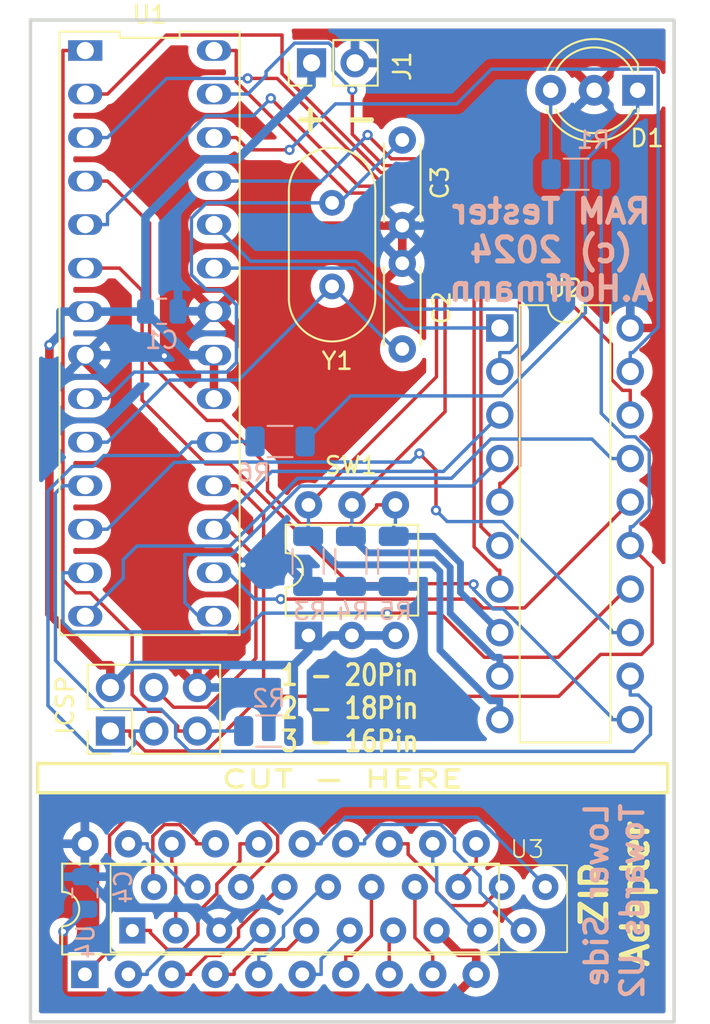
<source format=kicad_pcb>
(kicad_pcb (version 20240108) (generator "pcbnew") (generator_version "8.0")
  (title_block (comment 4 "AISLER Project ID: NZEQZVCZ"))
  (layers (0 "F.Cu" signal) (31 "B.Cu" signal) (34 "B.Paste" user) (35 "F.Paste" user) (36 "B.SilkS" user "B.Silkscreen") (37 "F.SilkS" user "F.Silkscreen") (38 "B.Mask" user) (39 "F.Mask" user) (44 "Edge.Cuts" user))
  (net 0 "")
  (net 1 "Net-(U1-XTAL2{slash}PB7)")
  (net 2 "Net-(U1-XTAL1{slash}PB6)")
  (net 3 "Net-(D1-K)")
  (net 4 "Net-(D1-A1)")
  (net 5 "Net-(J2-Pin_1)")
  (net 6 "Net-(U1-PB1)")
  (net 7 "Net-(U1-PD4)")
  (net 8 "Net-(U1-PC4)")
  (net 9 "Net-(U1-PC3)")
  (net 10 "Net-(U1-PB0)")
  (net 11 "Net-(U1-PD2)")
  (net 12 "Net-(U1-PD5)")
  (net 13 "Net-(U1-PD7)")
  (net 14 "Net-(U1-PC2)")
  (net 15 "Net-(U1-PC1)")
  (net 16 "Net-(U1-PC5)")
  (net 17 "Net-(J2-Pin_4)")
  (net 18 "Net-(U1-PB2)")
  (net 19 "Net-(U1-PD3)")
  (net 20 "Net-(U1-PD6)")
  (net 21 "Net-(U1-PC0)")
  (net 22 "Net-(U1-PD1)")
  (net 23 "Net-(U1-PD0)")
  (net 24 "Net-(U3-I{slash}O4)")
  (net 25 "Net-(U3-A1)")
  (net 26 "Net-(U3-A3)")
  (net 27 "Net-(U3-WE)")
  (net 28 "Net-(U3-RAS)")
  (net 29 "Net-(U3-A2)")
  (net 30 "Net-(U3-A6)")
  (net 31 "Net-(U3-I{slash}O3)")
  (net 32 "Net-(U3-A8)")
  (net 33 "Net-(U3-CAS)")
  (net 34 "Net-(U3-OE)")
  (net 35 "Net-(U3-A7)")
  (net 36 "Net-(U3-N{slash}C)")
  (net 37 "Net-(U3-A5)")
  (net 38 "Net-(U3-I{slash}O1)")
  (net 39 "Net-(U3-I{slash}O2)")
  (net 40 "Net-(U3-A0)")
  (net 41 "Net-(U3-A4)")
  (net 42 "Net-(J2-Pin_5)")
  (net 43 "/5V")
  (net 44 "/GND")
  (net 45 "/5V2")
  (net 46 "/GND2")
  (net 47 "Net-(J2-Pin_3)")
  (footprint "Capacitor_THT:C_Disc_D4.3mm_W1.9mm_P5.00mm" (layer "F.Cu") (at 127.5 71.9 -90)
    (property "Reference" "C3")
    (property "Value" "20pF" (hide yes))
  )
  (footprint "Capacitor_THT:C_Disc_D4.3mm_W1.9mm_P5.00mm" (layer "F.Cu") (at 127.5 84.1 90)
    (property "Reference" "C2")
    (property "Value" "20pF" (hide yes))
  )
  (footprint "Package_DIP:DIP-20_W7.62mm" (layer "F.Cu") (at 108.96 120.6 90)
    (property "Reference" "U4")
    (property "Value" "~")
  )
  (footprint "LED_THT:LED_D5.0mm-3" (layer "F.Cu") (at 141.25 69 180)
    (property "Reference" "D1")
    (property "Value" "LED_Dual_AAK" (hide yes))
  )
  (footprint "Package_DIP:ZIF-28" (layer "F.Cu") (at 112.74 83.19 -90)
    (property "Reference" "U1")
    (property "Value" "ATmega328-P")
  )
  (footprint "Package_DIP:DIP-6_W7.62mm" (layer "F.Cu") (at 122.02 100.82 90)
    (property "Reference" "SW1")
    (property "Value" "SW_DIP_x03")
  )
  (footprint "Crystal:Crystal_HC49-U_Vertical" (layer "F.Cu") (at 123.4 80.45 90)
    (property "Reference" "Y1")
    (property "Value" "Crystal" (hide yes))
  )
  (footprint "Connector_PinHeader_2.54mm:PinHeader_1x02_P2.54mm_Vertical" (layer "F.Cu") (at 122.2 67.4 90)
    (property "Reference" "J1")
    (property "Value" "Conn_01x02_Pin" (hide yes))
  )
  (footprint "Connector_PinHeader_2.54mm:PinHeader_2x03_P2.54mm_Vertical" (layer "F.Cu") (at 110.45 106.4 90)
    (property "Reference" "J2" (hide yes))
    (property "Value" "ICSP")
  )
  (footprint "Package_DIP:ZIP-20" (layer "F.Cu") (at 123.16 110.42)
    (property "Reference" "U3")
    (property "Value" "~")
  )
  (footprint "Package_DIP:ZIF-20" (layer "F.Cu") (at 133.2 82.875)
    (property "Reference" "U2")
    (property "Value" "RAM")
  )
  (footprint "Resistor_SMD:R_1206_3216Metric" (layer "B.Cu") (at 137.6625 73.9 180)
    (property "Reference" "R1")
    (property "Value" "100")
  )
  (footprint "Resistor_SMD:R_1206_3216Metric" (layer "B.Cu") (at 124.5 96.5 90)
    (property "Reference" "R4")
    (property "Value" "1M")
  )
  (footprint "Resistor_SMD:R_1206_3216Metric" (layer "B.Cu") (at 127 96.5 90)
    (property "Reference" "R5")
    (property "Value" "1M")
  )
  (footprint "Resistor_SMD:R_1206_3216Metric" (layer "B.Cu") (at 120.3625 89.5)
    (property "Reference" "R6")
    (property "Value" "150")
  )
  (footprint "Resistor_SMD:R_1206_3216Metric" (layer "B.Cu") (at 122 96.5 90)
    (property "Reference" "R3")
    (property "Value" "1M")
  )
  (footprint "Capacitor_SMD:C_0805_2012Metric" (layer "B.Cu") (at 108.96 115.85 -90)
    (property "Reference" "C4")
    (property "Value" "100nF")
  )
  (footprint "Capacitor_SMD:C_0805_2012Metric" (layer "B.Cu") (at 113.45 81.9)
    (property "Reference" "C1")
    (property "Value" "100nF")
  )
  (footprint "Resistor_SMD:R_1206_3216Metric" (layer "B.Cu") (at 119.7 106.4 180)
    (property "Reference" "R2")
    (property "Value" "1k")
  )
  (gr_rect (start 106.2 108.3) (end 143 110) (stroke (width 0.2)) (fill none) (layer "F.SilkS"))
  (gr_rect (start 105.78 64.9) (end 143.38 123.375) (stroke (width 0.2)) (fill none) (layer "Edge.Cuts"))
  (gr_text "Lower Side\nTowards U2" (at 141.7 110.5 90) (layer "B.SilkS") (effects (font (size 1.3 1.3) (thickness 0.25) (bold yes)) (justify left bottom mirror)))
  (gr_text "RAM Tester\n(c) 2024\nA.Hoffmann" (at 136.2 81.4 0) (layer "B.SilkS") (effects (font (size 1.4 1.4) (thickness 0.3) (bold yes)) (justify bottom mirror)))
  (gr_text "CUT - HERE" (at 116.8 109.8 0) (layer "F.SilkS") (effects (font (size 1 1.5) (thickness 0.2) (bold yes)) (justify left bottom)))
  (gr_text "1 - 20Pin\n2 - 18Pin\n3 - 16Pin" (at 120.3 107.7 0) (layer "F.SilkS") (effects (font (size 1.2 1) (thickness 0.2) (bold yes)) (justify left bottom)))
  (gr_text "+ -" (at 121 71.5 0) (layer "F.SilkS") (effects (font (size 1.5 1.5) (thickness 0.3) (bold yes)) (justify left bottom)))
  (gr_text "ZIP\nAdapter" (at 142 115.9 90) (layer "F.SilkS") (effects (font (size 1.5 1.5) (thickness 0.3) (bold yes)) (justify bottom)))
  (segment (start 127.05 84.1) (end 127.5 84.1) (width 0.2) (layer "B.Cu") (net 1))
  (segment (start 123.4 80.45) (end 127.05 84.1) (width 0.2) (layer "B.Cu") (net 1))
  (segment (start 108.98 89.54) (end 110.2817 89.54) (width 0.2) (layer "B.Cu") (net 1))
  (segment (start 117.9356 85.9144) (end 113.9073 85.9144) (width 0.2) (layer "B.Cu") (net 1))
  (segment (start 113.9073 85.9144) (end 110.2817 89.54) (width 0.2) (layer "B.Cu") (net 1))
  (segment (start 123.4 80.45) (end 117.9356 85.9144) (width 0.2) (layer "B.Cu") (net 1))
  (segment (start 115.1813 79.7717) (end 116.0596 80.65) (width 0.2) (layer "B.Cu") (net 2))
  (segment (start 116.0596 80.65) (end 116.9299 80.65) (width 0.2) (layer "B.Cu") (net 2))
  (segment (start 116.9299 80.65) (end 117.8121 81.5322) (width 0.2) (layer "B.Cu") (net 2))
  (segment (start 116.0733 75.57) (end 115.1813 76.462) (width 0.2) (layer "B.Cu") (net 2))
  (segment (start 123.4 75.57) (end 116.0733 75.57) (width 0.2) (layer "B.Cu") (net 2))
  (segment (start 115.1813 76.462) (end 115.1813 79.7717) (width 0.2) (layer "B.Cu") (net 2))
  (segment (start 117.8121 81.5322) (end 117.8121 84.8881) (width 0.2) (layer "B.Cu") (net 2))
  (segment (start 127.5 71.9) (end 123.83 75.57) (width 0.2) (layer "B.Cu") (net 2))
  (segment (start 108.98 87) (end 110.2817 87) (width 0.2) (layer "B.Cu") (net 2))
  (segment (start 117.2492 85.451) (end 111.8307 85.451) (width 0.2) (layer "B.Cu") (net 2))
  (segment (start 117.8121 84.8881) (end 117.2492 85.451) (width 0.2) (layer "B.Cu") (net 2))
  (segment (start 111.8307 85.451) (end 110.2817 87) (width 0.2) (layer "B.Cu") (net 2))
  (segment (start 123.83 75.57) (end 123.4 75.57) (width 0.2) (layer "B.Cu") (net 2))
  (segment (start 136.17 73.87) (end 136.2 73.9) (width 0.2) (layer "B.Cu") (net 3))
  (segment (start 136.17 69) (end 136.17 73.87) (width 0.2) (layer "B.Cu") (net 3))
  (segment (start 138.2 81.977) (end 133.3381 86.8389) (width 0.2) (layer "B.Cu") (net 4))
  (segment (start 138.2 73.1015) (end 138.2 81.977) (width 0.2) (layer "B.Cu") (net 4))
  (segment (start 141.25 70.2017) (end 141.0998 70.2017) (width 0.2) (layer "B.Cu") (net 4))
  (segment (start 141.25 69) (end 141.25 70.2017) (width 0.2) (layer "B.Cu") (net 4))
  (segment (start 133.3381 86.8389) (end 124.4861 86.8389) (width 0.2) (layer "B.Cu") (net 4))
  (segment (start 124.4861 86.8389) (end 121.825 89.5) (width 0.2) (layer "B.Cu") (net 4))
  (segment (start 141.0998 70.2017) (end 138.2 73.1015) (width 0.2) (layer "B.Cu") (net 4))
  (segment (start 139.0887 101.925) (end 141.475 101.925) (width 0.2) (layer "F.Cu") (net 5))
  (segment (start 119.4 93.6783) (end 117.8017 92.08) (width 0.2) (layer "F.Cu") (net 5))
  (segment (start 118.9505 104.3724) (end 119.4 103.9229) (width 0.2) (layer "F.Cu") (net 5))
  (segment (start 118.9505 104.3724) (end 136.6413 104.3724) (width 0.2) (layer "F.Cu") (net 5))
  (segment (start 116.0365 107.5638) (end 118.9505 104.6498) (width 0.2) (layer "F.Cu") (net 5))
  (segment (start 110.45 106.4) (end 111.6017 106.4) (width 0.2) (layer "F.Cu") (net 5))
  (segment (start 112.4776 107.5638) (end 116.0365 107.5638) (width 0.2) (layer "F.Cu") (net 5))
  (segment (start 118.9505 104.6498) (end 118.9505 104.3724) (width 0.2) (layer "F.Cu") (net 5))
  (segment (start 142.1 96.855) (end 140.82 95.575) (width 0.2) (layer "F.Cu") (net 5))
  (segment (start 117.8017 92.08) (end 116.5 92.08) (width 0.2) (layer "F.Cu") (net 5))
  (segment (start 136.6413 104.3724) (end 139.0887 101.925) (width 0.2) (layer "F.Cu") (net 5))
  (segment (start 111.6017 106.6879) (end 112.4776 107.5638) (width 0.2) (layer "F.Cu") (net 5))
  (segment (start 142.1 101.3) (end 142.1 96.855) (width 0.2) (layer "F.Cu") (net 5))
  (segment (start 111.6017 106.4) (end 111.6017 106.6879) (width 0.2) (layer "F.Cu") (net 5))
  (segment (start 119.4 103.9229) (end 119.4 93.6783) (width 0.2) (layer "F.Cu") (net 5))
  (segment (start 141.475 101.925) (end 142.1 101.3) (width 0.2) (layer "F.Cu") (net 5))
  (segment (start 141.9295 90.0421) (end 141.1124 89.225) (width 0.2) (layer "B.Cu") (net 5))
  (segment (start 140.4966 89.225) (end 139.125 87.8534) (width 0.2) (layer "B.Cu") (net 5))
  (segment (start 141.1124 89.225) (end 140.4966 89.225) (width 0.2) (layer "B.Cu") (net 5))
  (segment (start 139.125 87.8534) (end 139.125 73.9) (width 0.2) (layer "B.Cu") (net 5))
  (segment (start 141.9295 93.5015) (end 141.9295 90.0421) (width 0.2) (layer "B.Cu") (net 5))
  (segment (start 140.82 95.575) (end 140.82 94.4733) (width 0.2) (layer "B.Cu") (net 5))
  (segment (start 140.82 94.4733) (end 140.9577 94.4733) (width 0.2) (layer "B.Cu") (net 5))
  (segment (start 140.9577 94.4733) (end 141.9295 93.5015) (width 0.2) (layer "B.Cu") (net 5))
  (segment (start 121.5331 92.0983) (end 117.5314 96.1) (width 0.2) (layer "B.Cu") (net 6))
  (segment (start 115.6 99.7) (end 116.5 99.7) (width 0.2) (layer "B.Cu") (net 6))
  (segment (start 133.2 90.495) (end 131.5967 92.0983) (width 0.2) (layer "B.Cu") (net 6))
  (segment (start 114.8 96.1) (end 114.8 98.9) (width 0.2) (layer "B.Cu") (net 6))
  (segment (start 131.5967 92.0983) (end 121.5331 92.0983) (width 0.2) (layer "B.Cu") (net 6))
  (segment (start 114.8 98.9) (end 115.6 99.7) (width 0.2) (layer "B.Cu") (net 6))
  (segment (start 117.5314 96.1) (end 114.8 96.1) (width 0.2) (layer "B.Cu") (net 6))
  (segment (start 116.0269 90.81) (end 112.3 87.0831) (width 0.2) (layer "F.Cu") (net 7))
  (segment (start 112.3 87.0831) (end 112.3 80.7) (width 0.2) (layer "F.Cu") (net 7))
  (segment (start 131.668075 97.841586) (end 131.626489 97.8) (width 0.2) (layer "F.Cu") (net 7))
  (segment (start 117.4252 90.81) (end 116.0269 90.81) (width 0.2) (layer "F.Cu") (net 7))
  (segment (start 131.626489 97.8) (end 124.4152 97.8) (width 0.2) (layer "F.Cu") (net 7))
  (segment (start 124.4152 97.8) (end 117.4252 90.81) (width 0.2) (layer "F.Cu") (net 7))
  (segment (start 112.3 80.7) (end 110.98 79.38) (width 0.2) (layer "F.Cu") (net 7))
  (segment (start 110.98 79.38) (end 108.98 79.38) (width 0.2) (layer "F.Cu") (net 7))
  (via (at 131.668075 97.841586) (size 0.6) (drill 0.3) (layers "F.Cu" "B.Cu") (net 7))
  (segment (start 132.800665 99.2713) (end 133.3923 99.2713) (width 0.2) (layer "B.Cu") (net 7))
  (segment (start 139.7183 105.735) (end 140.82 105.735) (width 0.2) (layer "B.Cu") (net 7))
  (segment (start 139.7183 105.5973) (end 139.7183 105.735) (width 0.2) (layer "B.Cu") (net 7))
  (segment (start 131.668075 97.841586) (end 131.668075 98.13871) (width 0.2) (layer "B.Cu") (net 7))
  (segment (start 133.3923 99.2713) (end 139.7183 105.5973) (width 0.2) (layer "B.Cu") (net 7))
  (segment (start 131.668075 98.13871) (end 132.800665 99.2713) (width 0.2) (layer "B.Cu") (net 7))
  (segment (start 133.2 91.9333) (end 133.3377 91.9333) (width 0.2) (layer "F.Cu") (net 8))
  (segment (start 133.2 93.035) (end 133.2 91.9333) (width 0.2) (layer "F.Cu") (net 8))
  (segment (start 128.734314 73.4) (end 126.414771 73.4) (width 0.2) (layer "F.Cu") (net 8))
  (segment (start 133.3377 91.9333) (end 134.3504 90.9206) (width 0.2) (layer "F.Cu") (net 8))
  (segment (start 126.414771 73.4) (end 124.5803 71.565529) (width 0.2) (layer "F.Cu") (net 8))
  (segment (start 134.3504 79.016086) (end 128.734314 73.4) (width 0.2) (layer "F.Cu") (net 8))
  (segment (start 134.3504 90.9206) (end 134.3504 79.016086) (width 0.2) (layer "F.Cu") (net 8))
  (segment (start 124.5803 71.565529) (end 124.5803 68.9733) (width 0.2) (layer "F.Cu") (net 8))
  (via (at 124.5803 68.9733) (size 0.6) (drill 0.3) (layers "F.Cu" "B.Cu") (net 8))
  (segment (start 123.47 66.5076) (end 123.47 67.863) (width 0.2) (layer "B.Cu") (net 8))
  (segment (start 119.5442 68.1498) (end 119.5442 67.9123) (width 0.2) (layer "B.Cu") (net 8))
  (segment (start 119.5442 67.9123) (end 121.2082 66.2483) (width 0.2) (layer "B.Cu") (net 8))
  (segment (start 116.5 69.22) (end 118.474 69.22) (width 0.2) (layer "B.Cu") (net 8))
  (segment (start 121.2082 66.2483) (end 123.2107 66.2483) (width 0.2) (layer "B.Cu") (net 8))
  (segment (start 123.47 67.863) (end 124.5803 68.9733) (width 0.2) (layer "B.Cu") (net 8))
  (segment (start 118.474 69.22) (end 119.5442 68.1498) (width 0.2) (layer "B.Cu") (net 8))
  (segment (start 123.2107 66.2483) (end 123.47 66.5076) (width 0.2) (layer "B.Cu") (net 8))
  (segment (start 120.9144 72.4776) (end 118.5193 72.4776) (width 0.2) (layer "F.Cu") (net 9))
  (segment (start 118.5193 72.4776) (end 117.8017 71.76) (width 0.2) (layer "F.Cu") (net 9))
  (segment (start 116.5 71.76) (end 117.8017 71.76) (width 0.2) (layer "F.Cu") (net 9))
  (via (at 120.9144 72.4776) (size 0.6) (drill 0.3) (layers "F.Cu" "B.Cu") (net 9))
  (segment (start 142.4517 82.8193) (end 142.4517 67.9025) (width 0.2) (layer "B.Cu") (net 9))
  (segment (start 123.5953 69.7967) (end 120.9144 72.4776) (width 0.2) (layer "B.Cu") (net 9))
  (segment (start 142.4517 67.9025) (end 142.3157 67.7665) (width 0.2) (layer "B.Cu") (net 9))
  (segment (start 140.82 84.3133) (end 140.9577 84.3133) (width 0.2) (layer "B.Cu") (net 9))
  (segment (start 140.9577 84.3133) (end 142.4517 82.8193) (width 0.2) (layer "B.Cu") (net 9))
  (segment (start 132.7139 67.7665) (end 130.6837 69.7967) (width 0.2) (layer "B.Cu") (net 9))
  (segment (start 130.6837 69.7967) (end 123.5953 69.7967) (width 0.2) (layer "B.Cu") (net 9))
  (segment (start 142.3157 67.7665) (end 132.7139 67.7665) (width 0.2) (layer "B.Cu") (net 9))
  (segment (start 140.82 85.415) (end 140.82 84.3133) (width 0.2) (layer "B.Cu") (net 9))
  (segment (start 130.3819 91.6455) (end 132.6687 89.3587) (width 0.2) (layer "B.Cu") (net 10))
  (segment (start 138.582 89.3587) (end 139.7183 90.495) (width 0.2) (layer "B.Cu") (net 10))
  (segment (start 108.98 99.7) (end 111.2 97.48) (width 0.2) (layer "B.Cu") (net 10))
  (segment (start 111.2 96.4) (end 112 95.6) (width 0.2) (layer "B.Cu") (net 10))
  (segment (start 121.3853 91.6455) (end 130.3819 91.6455) (width 0.2) (layer "B.Cu") (net 10))
  (segment (start 132.6687 89.3587) (end 138.582 89.3587) (width 0.2) (layer "B.Cu") (net 10))
  (segment (start 139.7183 90.495) (end 140.82 90.495) (width 0.2) (layer "B.Cu") (net 10))
  (segment (start 112 95.6) (end 117.4308 95.6) (width 0.2) (layer "B.Cu") (net 10))
  (segment (start 111.2 97.48) (end 111.2 96.4) (width 0.2) (layer "B.Cu") (net 10))
  (segment (start 117.4308 95.6) (end 121.3853 91.6455) (width 0.2) (layer "B.Cu") (net 10))
  (segment (start 121.545 94.3026) (end 119.6269 92.3845) (width 0.2) (layer "F.Cu") (net 11))
  (segment (start 112.74 76.7583) (end 110.2817 74.3) (width 0.2) (layer "F.Cu") (net 11))
  (segment (start 127.1 93.2) (end 125.9983 93.2) (width 0.2) (layer "F.Cu") (net 11))
  (segment (start 125.9983 93.2) (end 125.9983 93.3377) (width 0.2) (layer "F.Cu") (net 11))
  (segment (start 108.98 74.3) (end 110.2817 74.3) (width 0.2) (layer "F.Cu") (net 11))
  (segment (start 116.9762 88.27) (end 116.088 88.27) (width 0.2) (layer "F.Cu") (net 11))
  (segment (start 112.74 84.922) (end 112.74 76.7583) (width 0.2) (layer "F.Cu") (net 11))
  (segment (start 116.088 88.27) (end 112.74 84.922) (width 0.2) (layer "F.Cu") (net 11))
  (segment (start 119.6269 90.9207) (end 116.9762 88.27) (width 0.2) (layer "F.Cu") (net 11))
  (segment (start 119.6269 92.3845) (end 119.6269 90.9207) (width 0.2) (layer "F.Cu") (net 11))
  (segment (start 125.0334 94.3026) (end 121.545 94.3026) (width 0.2) (layer "F.Cu") (net 11))
  (segment (start 125.9983 93.3377) (end 125.0334 94.3026) (width 0.2) (layer "F.Cu") (net 11))
  (segment (start 127 95.0375) (end 127.6375 95.0375) (width 0.2) (layer "B.Cu") (net 11))
  (segment (start 129.334556 95.0375) (end 130.9 96.602944) (width 0.4) (layer "B.Cu") (net 11))
  (segment (start 127 94.4017) (end 127 95.0375) (width 0.2) (layer "B.Cu") (net 11))
  (segment (start 127.1 94.3017) (end 127 94.4017) (width 0.2) (layer "B.Cu") (net 11))
  (segment (start 130.9 98.3) (end 133.2 100.6) (width 0.4) (layer "B.Cu") (net 11))
  (segment (start 127.6375 95.0375) (end 129.334556 95.0375) (width 0.4) (layer "B.Cu") (net 11))
  (segment (start 133.2 100.6) (end 133.2 100.655) (width 0.2) (layer "B.Cu") (net 11))
  (segment (start 130.9 96.602944) (end 130.9 98.3) (width 0.4) (layer "B.Cu") (net 11))
  (segment (start 127.1 93.2) (end 127.1 94.3017) (width 0.2) (layer "B.Cu") (net 11))
  (segment (start 108.98 92.08) (end 107.6783 92.08) (width 0.2) (layer "B.Cu") (net 12))
  (segment (start 142 105) (end 141.2967 104.2967) (width 0.2) (layer "B.Cu") (net 12))
  (segment (start 113.4083 105.13) (end 114.26 105.9817) (width 0.2) (layer "B.Cu") (net 12))
  (segment (start 115.069 107.588) (end 141.012 107.588) (width 0.2) (layer "B.Cu") (net 12))
  (segment (start 107.2402 92.5181) (end 107.2402 102.279) (width 0.2) (layer "B.Cu") (net 12))
  (segment (start 141.2967 104.2967) (end 140.82 104.2967) (width 0.2) (layer "B.Cu") (net 12))
  (segment (start 107.6783 92.08) (end 107.2402 92.5181) (width 0.2) (layer "B.Cu") (net 12))
  (segment (start 114.26 105.9817) (end 114.26 106.779) (width 0.2) (layer "B.Cu") (net 12))
  (segment (start 142 106.6) (end 142 105) (width 0.2) (layer "B.Cu") (net 12))
  (segment (start 141.012 107.588) (end 142 106.6) (width 0.2) (layer "B.Cu") (net 12))
  (segment (start 107.2402 102.279) (end 110.0912 105.13) (width 0.2) (layer "B.Cu") (net 12))
  (segment (start 110.0912 105.13) (end 113.4083 105.13) (width 0.2) (layer "B.Cu") (net 12))
  (segment (start 114.26 106.779) (end 115.069 107.588) (width 0.2) (layer "B.Cu") (net 12))
  (segment (start 140.82 104.2967) (end 140.82 103.195) (width 0.2) (layer "B.Cu") (net 12))
  (segment (start 140.82 98.115) (end 140.585 98.115) (width 0.2) (layer "F.Cu") (net 13))
  (segment (start 129.7178 99.5178) (end 126.63 99.5178) (width 0.2) (layer "F.Cu") (net 13))
  (segment (start 140.585 98.115) (end 136.605 102.095) (width 0.2) (layer "F.Cu") (net 13))
  (segment (start 136.605 102.095) (end 132.295 102.095) (width 0.2) (layer "F.Cu") (net 13))
  (segment (start 132.295 102.095) (end 129.7178 99.5178) (width 0.2) (layer "F.Cu") (net 13))
  (via (at 126.63 99.5178) (size 0.6) (drill 0.3) (layers "F.Cu" "B.Cu") (net 13))
  (segment (start 108.98 97.16) (end 107.6783 97.16) (width 0.2) (layer "B.Cu") (net 13))
  (segment (start 126.63 99.5178) (end 119.3238 99.5178) (width 0.2) (layer "B.Cu") (net 13))
  (segment (start 107.6783 100.0736) (end 107.6783 97.16) (width 0.2) (layer "B.Cu") (net 13))
  (segment (start 108.2197 100.615) (end 107.6783 100.0736) (width 0.2) (layer "B.Cu") (net 13))
  (segment (start 119.3238 99.5178) (end 118.2266 100.615) (width 0.2) (layer "B.Cu") (net 13))
  (segment (start 118.2266 100.615) (end 108.2197 100.615) (width 0.2) (layer "B.Cu") (net 13))
  (segment (start 140.82 86.515) (end 140.364365 86.515) (width 0.2) (layer "F.Cu") (net 14))
  (segment (start 139.72 83.82) (end 128.9 73) (width 0.2) (layer "F.Cu") (net 14))
  (segment (start 140.82 87.955) (end 140.82 86.515) (width 0.2) (layer "F.Cu") (net 14))
  (segment (start 126.8633 73) (end 125.4755 71.6122) (width 0.2) (layer "F.Cu") (net 14))
  (segment (start 128.9 73) (end 126.8633 73) (width 0.2) (layer "F.Cu") (net 14))
  (segment (start 139.72 85.870635) (end 139.72 83.82) (width 0.2) (layer "F.Cu") (net 14))
  (segment (start 140.364365 86.515) (end 139.72 85.870635) (width 0.2) (layer "F.Cu") (net 14))
  (via (at 125.4755 71.6122) (size 0.6) (drill 0.3) (layers "F.Cu" "B.Cu") (net 14))
  (segment (start 122.7877 74.3) (end 116.5 74.3) (width 0.2) (layer "B.Cu") (net 14))
  (segment (start 125.4755 71.6122) (end 122.7877 74.3) (width 0.2) (layer "B.Cu") (net 14))
  (segment (start 118.64 78.98) (end 116.5 76.84) (width 0.2) (layer "B.Cu") (net 15))
  (segment (start 127.605486 81.7733) (end 124.812186 78.98) (width 0.2) (layer "B.Cu") (net 15))
  (segment (start 133.8025 84.3133) (end 134.3017 83.8141) (width 0.2) (layer "B.Cu") (net 15))
  (segment (start 134.3017 81.95) (end 134.125 81.7733) (width 0.2) (layer "B.Cu") (net 15))
  (segment (start 134.3017 83.8141) (end 134.3017 81.95) (width 0.2) (layer "B.Cu") (net 15))
  (segment (start 134.125 81.7733) (end 127.605486 81.7733) (width 0.2) (layer "B.Cu") (net 15))
  (segment (start 133.2 84.3133) (end 133.8025 84.3133) (width 0.2) (layer "B.Cu") (net 15))
  (segment (start 133.2 85.415) (end 133.2 84.3133) (width 0.2) (layer "B.Cu") (net 15))
  (segment (start 124.812186 78.98) (end 118.64 78.98) (width 0.2) (layer "B.Cu") (net 15))
  (segment (start 129.5 76.497058) (end 129.5 85.72) (width 0.2) (layer "F.Cu") (net 16))
  (segment (start 123.834925 74.52) (end 124.314925 75) (width 0.2) (layer "F.Cu") (net 16))
  (segment (start 117.8017 68.4926) (end 123.8291 74.52) (width 0.2) (layer "F.Cu") (net 16))
  (segment (start 123.8291 74.52) (end 123.834925 74.52) (width 0.2) (layer "F.Cu") (net 16))
  (segment (start 128.002942 75) (end 129.5 76.497058) (width 0.2) (layer "F.Cu") (net 16))
  (segment (start 129.5 85.72) (end 122.02 93.2) (width 0.2) (layer "F.Cu") (net 16))
  (segment (start 124.314925 75) (end 128.002942 75) (width 0.2) (layer "F.Cu") (net 16))
  (segment (start 117.8017 66.68) (end 117.8017 68.4926) (width 0.2) (layer "F.Cu") (net 16))
  (segment (start 116.5 66.68) (end 117.8017 66.68) (width 0.2) (layer "F.Cu") (net 16))
  (segment (start 123.6625 96.7) (end 122 95.0375) (width 0.4) (layer "B.Cu") (net 16))
  (segment (start 122 94.3217) (end 122 95.0375) (width 0.2) (layer "B.Cu") (net 16))
  (segment (start 129.3 96.7) (end 123.6625 96.7) (width 0.4) (layer "B.Cu") (net 16))
  (segment (start 129.7 101.6791) (end 129.7 97.1) (width 0.4) (layer "B.Cu") (net 16))
  (segment (start 132.6542 104.6333) (end 129.7 101.6791) (width 0.4) (layer "B.Cu") (net 16))
  (segment (start 122.02 94.3017) (end 122 94.3217) (width 0.2) (layer "B.Cu") (net 16))
  (segment (start 133.2 105.735) (end 133.2 104.6333) (width 0.4) (layer "B.Cu") (net 16))
  (segment (start 129.7 97.1) (end 129.3 96.7) (width 0.4) (layer "B.Cu") (net 16))
  (segment (start 122.02 93.2) (end 122.02 94.3017) (width 0.2) (layer "B.Cu") (net 16))
  (segment (start 133.2 104.6333) (end 132.6542 104.6333) (width 0.4) (layer "B.Cu") (net 16))
  (segment (start 117.32 94.62) (end 116.5 94.62) (width 0.2) (layer "F.Cu") (net 17))
  (segment (start 114.14 105.01) (end 116.09 105.01) (width 0.2) (layer "F.Cu") (net 17))
  (segment (start 118.95 96.25) (end 117.32 94.62) (width 0.2) (layer "F.Cu") (net 17))
  (segment (start 118.95 102.15) (end 118.95 96.25) (width 0.2) (layer "F.Cu") (net 17))
  (segment (start 112.99 103.86) (end 114.14 105.01) (width 0.2) (layer "F.Cu") (net 17))
  (segment (start 116.09 105.01) (end 118.95 102.15) (width 0.2) (layer "F.Cu") (net 17))
  (segment (start 119.8745 91.2455) (end 116.5 94.62) (width 0.2) (layer "B.Cu") (net 17))
  (segment (start 129.9095 91.2455) (end 119.8745 91.2455) (width 0.2) (layer "B.Cu") (net 17))
  (segment (start 133.2 87.955) (end 129.9095 91.2455) (width 0.2) (layer "B.Cu") (net 17))
  (segment (start 131.7 98.7) (end 132.215 99.215) (width 0.2) (layer "F.Cu") (net 18))
  (segment (start 134.64 99.215) (end 140.82 93.035) (width 0.2) (layer "F.Cu") (net 18))
  (segment (start 132.215 99.215) (end 134.64 99.215) (width 0.2) (layer "F.Cu") (net 18))
  (segment (start 120.4 98.7) (end 131.7 98.7) (width 0.2) (layer "F.Cu") (net 18))
  (via (at 120.4 98.7) (size 0.6) (drill 0.3) (layers "F.Cu" "B.Cu") (net 18))
  (segment (start 118.8778 98.7) (end 117.3378 97.16) (width 0.2) (layer "B.Cu") (net 18))
  (segment (start 120.4 98.7) (end 118.8778 98.7) (width 0.2) (layer "B.Cu") (net 18))
  (segment (start 117.3378 97.16) (end 116.5 97.16) (width 0.2) (layer "B.Cu") (net 18))
  (segment (start 128.168628 74.6) (end 124.9482 74.6) (width 0.2) (layer "F.Cu") (net 19))
  (segment (start 130 87.76) (end 130 76.431372) (width 0.2) (layer "F.Cu") (net 19))
  (segment (start 124.56 93.2) (end 130 87.76) (width 0.2) (layer "F.Cu") (net 19))
  (segment (start 124.9482 74.6) (end 119.8204 69.4722) (width 0.2) (layer "F.Cu") (net 19))
  (segment (start 130 76.431372) (end 128.168628 74.6) (width 0.2) (layer "F.Cu") (net 19))
  (via (at 119.8204 69.4722) (size 0.6) (drill 0.3) (layers "F.Cu" "B.Cu") (net 19))
  (segment (start 118.8026 70.49) (end 116.026 70.49) (width 0.2) (layer "B.Cu") (net 19))
  (segment (start 116.026 70.49) (end 110.2817 76.2343) (width 0.2) (layer "B.Cu") (net 19))
  (segment (start 119.8204 69.4722) (end 118.8026 70.49) (width 0.2) (layer "B.Cu") (net 19))
  (segment (start 133.2 103.195) (end 133.2 102.0933) (width 0.4) (layer "B.Cu") (net 19))
  (segment (start 124.56 93.2) (end 124.56 94.3017) (width 0.2) (layer "B.Cu") (net 19))
  (segment (start 110.2817 76.2343) (end 110.2817 76.84) (width 0.2) (layer "B.Cu") (net 19))
  (segment (start 133.2 102.0933) (end 132.8595 102.0933) (width 0.4) (layer "B.Cu") (net 19))
  (segment (start 130.3 96.851472) (end 129.448528 96) (width 0.4) (layer "B.Cu") (net 19))
  (segment (start 124.5 94.3617) (end 124.5 95.0375) (width 0.2) (layer "B.Cu") (net 19))
  (segment (start 108.98 76.84) (end 110.2817 76.84) (width 0.2) (layer "B.Cu") (net 19))
  (segment (start 125.4625 96) (end 124.5 95.0375) (width 0.4) (layer "B.Cu") (net 19))
  (segment (start 129.448528 96) (end 125.4625 96) (width 0.4) (layer "B.Cu") (net 19))
  (segment (start 132.8595 102.0933) (end 130.3 99.5338) (width 0.4) (layer "B.Cu") (net 19))
  (segment (start 124.56 94.3017) (end 124.5 94.3617) (width 0.2) (layer "B.Cu") (net 19))
  (segment (start 130.3 99.5338) (end 130.3 96.851472) (width 0.4) (layer "B.Cu") (net 19))
  (segment (start 128.5 90.2) (end 129.4702 91.1702) (width 0.2) (layer "F.Cu") (net 20))
  (segment (start 129.4702 91.1702) (end 129.4702 93.5164) (width 0.2) (layer "F.Cu") (net 20))
  (via (at 129.4702 93.5164) (size 0.6) (drill 0.3) (layers "F.Cu" "B.Cu") (net 20))
  (via (at 128.5 90.2) (size 0.6) (drill 0.3) (layers "F.Cu" "B.Cu") (net 20))
  (segment (start 114.585286 90.7187) (end 114.183 90.7187) (width 0.2) (layer "B.Cu") (net 20))
  (segment (start 139.7183 100.655) (end 139.7183 100.5173) (width 0.2) (layer "B.Cu") (net 20))
  (segment (start 114.603986 90.7) (end 114.585286 90.7187) (width 0.2) (layer "B.Cu") (net 20))
  (segment (start 110.2817 94.62) (end 108.98 94.62) (width 0.2) (layer "B.Cu") (net 20))
  (segment (start 114.183 90.7187) (end 110.2817 94.62) (width 0.2) (layer "B.Cu") (net 20))
  (segment (start 128 90.7) (end 114.603986 90.7) (width 0.2) (layer "B.Cu") (net 20))
  (segment (start 128.5 90.2) (end 128 90.7) (width 0.2) (layer "B.Cu") (net 20))
  (segment (start 139.7183 100.5173) (end 133.3748 94.1738) (width 0.2) (layer "B.Cu") (net 20))
  (segment (start 133.3748 94.1738) (end 130.1276 94.1738) (width 0.2) (layer "B.Cu") (net 20))
  (segment (start 130.1276 94.1738) (end 129.4702 93.5164) (width 0.2) (layer "B.Cu") (net 20))
  (segment (start 140.82 100.655) (end 139.7183 100.655) (width 0.2) (layer "B.Cu") (net 20))
  (segment (start 133.2 82.875) (end 128.1415 82.875) (width 0.2) (layer "B.Cu") (net 21))
  (segment (start 124.6465 79.38) (end 116.5 79.38) (width 0.2) (layer "B.Cu") (net 21))
  (segment (start 128.1415 82.875) (end 124.6465 79.38) (width 0.2) (layer "B.Cu") (net 21))
  (segment (start 128.334314 74.2) (end 126.083399 74.2) (width 0.2) (layer "F.Cu") (net 22))
  (segment (start 126.083399 74.2) (end 120.191499 68.3081) (width 0.2) (layer "F.Cu") (net 22))
  (segment (start 120.191499 68.3081) (end 118.468 68.3081) (width 0.2) (layer "F.Cu") (net 22))
  (segment (start 133.2 98.115) (end 133.2 97.0133) (width 0.2) (layer "F.Cu") (net 22))
  (segment (start 133.2 97.0133) (end 133.0623 97.0133) (width 0.2) (layer "F.Cu") (net 22))
  (segment (start 133.0623 97.0133) (end 131.6983 95.6493) (width 0.2) (layer "F.Cu") (net 22))
  (segment (start 131.6983 77.563986) (end 128.334314 74.2) (width 0.2) (layer "F.Cu") (net 22))
  (segment (start 131.6983 95.6493) (end 131.6983 77.563986) (width 0.2) (layer "F.Cu") (net 22))
  (via (at 118.468 68.3081) (size 0.6) (drill 0.3) (layers "F.Cu" "B.Cu") (net 22))
  (segment (start 113.7336 68.3081) (end 110.2817 71.76) (width 0.2) (layer "B.Cu") (net 22))
  (segment (start 118.468 68.3081) (end 113.7336 68.3081) (width 0.2) (layer "B.Cu") (net 22))
  (segment (start 108.98 71.76) (end 110.2817 71.76) (width 0.2) (layer "B.Cu") (net 22))
  (segment (start 110.2817 69.22) (end 113.7257 65.776) (width 0.2) (layer "F.Cu") (net 23))
  (segment (start 120.476 68.026915) (end 126.249085 73.8) (width 0.2) (layer "F.Cu") (net 23))
  (segment (start 132.0983 77.3983) (end 132.0983 94.4733) (width 0.2) (layer "F.Cu") (net 23))
  (segment (start 120.476 65.776) (end 120.476 68.026915) (width 0.2) (layer "F.Cu") (net 23))
  (segment (start 108.98 69.22) (end 110.2817 69.22) (width 0.2) (layer "F.Cu") (net 23))
  (segment (start 126.249085 73.8) (end 128.5 73.8) (width 0.2) (layer "F.Cu") (net 23))
  (segment (start 128.5 73.8) (end 132.0983 77.3983) (width 0.2) (layer "F.Cu") (net 23))
  (segment (start 113.7257 65.776) (end 120.476 65.776) (width 0.2) (layer "F.Cu") (net 23))
  (segment (start 132.0983 94.4733) (end 133.2 95.575) (width 0.2) (layer "F.Cu") (net 23))
  (segment (start 112.6017 113.2083) (end 112.6017 112.98) (width 0.2) (layer "B.Cu") (net 24))
  (segment (start 111.5 112.98) (end 112.6017 112.98) (width 0.2) (layer "B.Cu") (net 24))
  (segment (start 114.8934 115.5) (end 112.6017 113.2083) (width 0.2) (layer "B.Cu") (net 24))
  (segment (start 115.54 115.5) (end 114.8934 115.5) (width 0.2) (layer "B.Cu") (net 24))
  (segment (start 125.7 118.3407) (end 124.5424 119.4983) (width 0.2) (layer "F.Cu") (net 25))
  (segment (start 125.7 115.5) (end 125.7 118.3407) (width 0.2) (layer "F.Cu") (net 25))
  (segment (start 124.2 120.6) (end 124.2 119.4983) (width 0.2) (layer "F.Cu") (net 25))
  (segment (start 124.5424 119.4983) (end 124.2 119.4983) (width 0.2) (layer "F.Cu") (net 25))
  (segment (start 128.24 118.4583) (end 129.28 119.4983) (width 0.2) (layer "F.Cu") (net 26))
  (segment (start 128.24 115.5) (end 128.24 118.4583) (width 0.2) (layer "F.Cu") (net 26))
  (segment (start 129.28 120.6) (end 129.28 119.4983) (width 0.2) (layer "F.Cu") (net 26))
  (segment (start 115.1417 120.6) (end 115.1417 120.4622) (width 0.2) (layer "F.Cu") (net 27))
  (segment (start 117.9384 117.9263) (end 120.3647 115.5) (width 0.2) (layer "F.Cu") (net 27))
  (segment (start 116.8561 119.4983) (end 117.9384 118.416) (width 0.2) (layer "F.Cu") (net 27))
  (segment (start 114.04 120.6) (end 115.1417 120.6) (width 0.2) (layer "F.Cu") (net 27))
  (segment (start 120.3647 115.5) (end 120.62 115.5) (width 0.2) (layer "F.Cu") (net 27))
  (segment (start 115.1417 120.4622) (end 116.1056 119.4983) (width 0.2) (layer "F.Cu") (net 27))
  (segment (start 117.9384 118.416) (end 117.9384 117.9263) (width 0.2) (layer "F.Cu") (net 27))
  (segment (start 116.1056 119.4983) (end 116.8561 119.4983) (width 0.2) (layer "F.Cu") (net 27))
  (segment (start 117.6817 120.3717) (end 117.6817 120.6) (width 0.2) (layer "F.Cu") (net 28))
  (segment (start 118.894 119.1594) (end 117.6817 120.3717) (width 0.2) (layer "F.Cu") (net 28))
  (segment (start 120.7706 119.1594) (end 118.894 119.1594) (width 0.2) (layer "F.Cu") (net 28))
  (segment (start 116.58 120.6) (end 117.6817 120.6) (width 0.2) (layer "F.Cu") (net 28))
  (segment (start 121.89 118.04) (end 120.7706 119.1594) (width 0.2) (layer "F.Cu") (net 28))
  (segment (start 126.97 118.04) (end 126.74 118.27) (width 0.2) (layer "F.Cu") (net 29))
  (segment (start 126.74 118.27) (end 126.74 120.6) (width 0.2) (layer "F.Cu") (net 29))
  (segment (start 129.51 115.7806) (end 129.51 115.258) (width 0.2) (layer "F.Cu") (net 30))
  (segment (start 127.8417 113.5897) (end 127.8417 112.98) (width 0.2) (layer "F.Cu") (net 30))
  (segment (start 130.3159 116.5865) (end 129.51 115.7806) (width 0.2) (layer "F.Cu") (net 30))
  (segment (start 132.2335 116.5865) (end 130.3159 116.5865) (width 0.2) (layer "F.Cu") (net 30))
  (segment (start 133.32 115.5) (end 132.2335 116.5865) (width 0.2) (layer "F.Cu") (net 30))
  (segment (start 129.51 115.258) (end 127.8417 113.5897) (width 0.2) (layer "F.Cu") (net 30))
  (segment (start 126.74 112.98) (end 127.8417 112.98) (width 0.2) (layer "F.Cu") (net 30))
  (segment (start 114.27 118.04) (end 114.27 114.3117) (width 0.2) (layer "F.Cu") (net 31))
  (segment (start 114.27 114.3117) (end 114.04 114.0817) (width 0.2) (layer "F.Cu") (net 31))
  (segment (start 114.04 112.98) (end 114.04 114.0817) (width 0.2) (layer "F.Cu") (net 31))
  (segment (start 131.8691 111.431) (end 124.173 111.431) (width 0.2) (layer "B.Cu") (net 32))
  (segment (start 122.7617 112.8423) (end 122.7617 112.98) (width 0.2) (layer "B.Cu") (net 32))
  (segment (start 135.86 115.5) (end 135.86 115.4219) (width 0.2) (layer "B.Cu") (net 32))
  (segment (start 121.66 112.98) (end 122.7617 112.98) (width 0.2) (layer "B.Cu") (net 32))
  (segment (start 124.173 111.431) (end 122.7617 112.8423) (width 0.2) (layer "B.Cu") (net 32))
  (segment (start 135.86 115.4219) (end 131.8691 111.431) (width 0.2) (layer "B.Cu") (net 32))
  (segment (start 115.4783 112.98) (end 115.4783 112.8423) (width 0.2) (layer "F.Cu") (net 33))
  (segment (start 112.9282 115.4282) (end 113 115.5) (width 0.2) (layer "F.Cu") (net 33))
  (segment (start 112.9282 112.5321) (end 112.9282 115.4282) (width 0.2) (layer "F.Cu") (net 33))
  (segment (start 116.58 112.98) (end 115.4783 112.98) (width 0.2) (layer "F.Cu") (net 33))
  (segment (start 113.5977 111.8626) (end 112.9282 112.5321) (width 0.2) (layer "F.Cu") (net 33))
  (segment (start 115.4783 112.8423) (end 114.4986 111.8626) (width 0.2) (layer "F.Cu") (net 33))
  (segment (start 114.4986 111.8626) (end 113.5977 111.8626) (width 0.2) (layer "F.Cu") (net 33))
  (segment (start 116.6684 115.876) (end 116.6684 115.3331) (width 0.2) (layer "F.Cu") (net 34))
  (segment (start 119.12 112.98) (end 118.0183 112.98) (width 0.2) (layer "F.Cu") (net 34))
  (segment (start 113.7657 119.145) (end 114.7108 119.145) (width 0.2) (layer "F.Cu") (net 34))
  (segment (start 115.5644 118.2914) (end 115.5644 116.98) (width 0.2) (layer "F.Cu") (net 34))
  (segment (start 118.0183 113.9832) (end 118.0183 112.98) (width 0.2) (layer "F.Cu") (net 34))
  (segment (start 112.7937 118.173) (end 113.7657 119.145) (width 0.2) (layer "F.Cu") (net 34))
  (segment (start 111.73 118.04) (end 112.7937 118.04) (width 0.2) (layer "F.Cu") (net 34))
  (segment (start 114.7108 119.145) (end 115.5644 118.2914) (width 0.2) (layer "F.Cu") (net 34))
  (segment (start 116.6684 115.3331) (end 118.0183 113.9832) (width 0.2) (layer "F.Cu") (net 34))
  (segment (start 112.7937 118.04) (end 112.7937 118.173) (width 0.2) (layer "F.Cu") (net 34))
  (segment (start 115.5644 116.98) (end 116.6684 115.876) (width 0.2) (layer "F.Cu") (net 34))
  (segment (start 132.05 115.806) (end 132.05 114.8913) (width 0.2) (layer "B.Cu") (net 35))
  (segment (start 134.284 118.04) (end 132.05 115.806) (width 0.2) (layer "B.Cu") (net 35))
  (segment (start 124.2 112.98) (end 125.3017 112.98) (width 0.2) (layer "B.Cu") (net 35))
  (segment (start 126.1972 111.8562) (end 125.3017 112.7517) (width 0.2) (layer "B.Cu") (net 35))
  (segment (start 125.3017 112.7517) (end 125.3017 112.98) (width 0.2) (layer "B.Cu") (net 35))
  (segment (start 130.55 112.6647) (end 129.7415 111.8562) (width 0.2) (layer "B.Cu") (net 35))
  (segment (start 132.05 114.8913) (end 130.55 113.3913) (width 0.2) (layer "B.Cu") (net 35))
  (segment (start 130.55 113.3913) (end 130.55 112.6647) (width 0.2) (layer "B.Cu") (net 35))
  (segment (start 129.7415 111.8562) (end 126.1972 111.8562) (width 0.2) (layer "B.Cu") (net 35))
  (segment (start 134.59 118.04) (end 134.284 118.04) (width 0.2) (layer "B.Cu") (net 35))
  (segment (start 120.5598 117.7951) (end 120.5598 118.4009) (width 0.2) (layer "B.Cu") (net 36))
  (segment (start 119.12 120.6) (end 119.12 119.4983) (width 0.2) (layer "B.Cu") (net 36))
  (segment (start 123.16 115.5) (end 122.8549 115.5) (width 0.2) (layer "B.Cu") (net 36))
  (segment (start 122.8549 115.5) (end 120.5598 117.7951) (width 0.2) (layer "B.Cu") (net 36))
  (segment (start 120.5598 118.4009) (end 119.4624 119.4983) (width 0.2) (layer "B.Cu") (net 36))
  (segment (start 119.4624 119.4983) (end 119.12 119.4983) (width 0.2) (layer "B.Cu") (net 36))
  (segment (start 129.51 114.3117) (end 129.28 114.0817) (width 0.2) (layer "B.Cu") (net 37))
  (segment (start 129.28 112.98) (end 129.28 114.0817) (width 0.2) (layer "B.Cu") (net 37))
  (segment (start 129.51 115.806) (end 129.51 114.3117) (width 0.2) (layer "B.Cu") (net 37))
  (segment (start 132.05 118.04) (end 131.744 118.04) (width 0.2) (layer "B.Cu") (net 37))
  (segment (start 131.744 118.04) (end 129.51 115.806) (width 0.2) (layer "B.Cu") (net 37))
  (segment (start 120.22 112.52) (end 120.22 113.435635) (width 0.2) (layer "F.Cu") (net 38))
  (segment (start 118.155635 115.5) (end 118.08 115.5) (width 0.2) (layer "F.Cu") (net 38))
  (segment (start 111.4374 111.4626) (end 119.1626 111.4626) (width 0.2) (layer "F.Cu") (net 38))
  (segment (start 120.22 113.435635) (end 118.155635 115.5) (width 0.2) (layer "F.Cu") (net 38))
  (segment (start 110.4 112.5) (end 111.4374 111.4626) (width 0.2) (layer "F.Cu") (net 38))
  (segment (start 119.1626 111.4626) (end 120.22 112.52) (width 0.2) (layer "F.Cu") (net 38))
  (segment (start 108.96 120.6) (end 110.4 119.16) (width 0.2) (layer "F.Cu") (net 38))
  (segment (start 110.4 119.16) (end 110.4 112.5) (width 0.2) (layer "F.Cu") (net 38))
  (segment (start 112.6017 120.4183) (end 112.6017 120.6) (width 0.2) (layer "B.Cu") (net 39))
  (segment (start 119.35 118.04) (end 118.2306 119.1594) (width 0.2) (layer "B.Cu") (net 39))
  (segment (start 113.8606 119.1594) (end 112.6017 120.4183) (width 0.2) (layer "B.Cu") (net 39))
  (segment (start 111.5 120.6) (end 112.6017 120.6) (width 0.2) (layer "B.Cu") (net 39))
  (segment (start 118.2306 119.1594) (end 113.8606 119.1594) (width 0.2) (layer "B.Cu") (net 39))
  (segment (start 121.66 120.6) (end 122.7617 120.6) (width 0.2) (layer "B.Cu") (net 40))
  (segment (start 122.7617 119.7083) (end 122.7617 120.6) (width 0.2) (layer "B.Cu") (net 40))
  (segment (start 124.43 118.04) (end 122.7617 119.7083) (width 0.2) (layer "B.Cu") (net 40))
  (segment (start 130.78 115.1217) (end 131.82 114.0817) (width 0.2) (layer "F.Cu") (net 41))
  (segment (start 131.82 112.98) (end 131.82 114.0817) (width 0.2) (layer "F.Cu") (net 41))
  (segment (start 130.78 115.5) (end 130.78 115.1217) (width 0.2) (layer "F.Cu") (net 41))
  (segment (start 107.6783 97.5746) (end 107.6783 66.68) (width 0.2) (layer "F.Cu") (net 42))
  (segment (start 114.3783 106.112) (end 113.5146 105.2483) (width 0.2) (layer "F.Cu") (net 42))
  (segment (start 115.53 106.4) (end 114.3783 106.4) (width 0.2) (layer "F.Cu") (net 42))
  (segment (start 109.2901 98.3323) (end 108.436 98.3323) (width 0.2) (layer "F.Cu") (net 42))
  (segment (start 111.72 100.7622) (end 109.2901 98.3323) (width 0.2) (layer "F.Cu") (net 42))
  (segment (start 108.436 98.3323) (end 107.6783 97.5746) (width 0.2) (layer "F.Cu") (net 42))
  (segment (start 111.72 104.2784) (end 111.72 100.7622) (width 0.2) (layer "F.Cu") (net 42))
  (segment (start 108.98 66.68) (end 107.6783 66.68) (width 0.2) (layer "F.Cu") (net 42))
  (segment (start 113.5146 105.2483) (end 112.6899 105.2483) (width 0.2) (layer "F.Cu") (net 42))
  (segment (start 112.6899 105.2483) (end 111.72 104.2784) (width 0.2) (layer "F.Cu") (net 42))
  (segment (start 114.3783 106.4) (end 114.3783 106.112) (width 0.2) (layer "F.Cu") (net 42))
  (segment (start 115.53 106.4) (end 118.2375 106.4) (width 0.2) (layer "B.Cu") (net 42))
  (segment (start 116.5 84.46) (end 116.5 87) (width 0.5) (layer "F.Cu") (net 43))
  (segment (start 110.45 102.5583) (end 109.8805 102.5583) (width 0.5) (layer "F.Cu") (net 43))
  (segment (start 106.8842 99.562) (end 106.8842 83.8687) (width 0.5) (layer "F.Cu") (net 43))
  (segment (start 110.45 103.86) (end 110.45 102.5583) (width 0.5) (layer "F.Cu") (net 43))
  (segment (start 109.8805 102.5583) (end 106.8842 99.562) (width 0.5) (layer "F.Cu") (net 43))
  (via (at 106.8842 83.8687) (size 0.6) (drill 0.3) (layers "F.Cu" "B.Cu") (net 43))
  (segment (start 108.98 81.92) (end 107.5283 81.92) (width 0.5) (layer "B.Cu") (net 43))
  (segment (start 112.5 81.9201) (end 112.5 81.92) (width 0.5) (layer "B.Cu") (net 43))
  (segment (start 122.02 101.6884) (end 121.1625 102.5459) (width 0.5) (layer "B.Cu") (net 43))
  (segment (start 112.5 76.3941) (end 112.5 81.9) (width 0.5) (layer "B.Cu") (net 43))
  (segment (start 122.02 101.4458) (end 122.6825 101.4458) (width 0.5) (layer "B.Cu") (net 43))
  (segment (start 122.02 100.82) (end 122.02 101.4458) (width 0.5) (layer "B.Cu") (net 43))
  (segment (start 115.0483 84.46) (end 112.5084 81.9201) (width 0.5) (layer "B.Cu") (net 43))
  (segment (start 122.2 67.4) (end 122.2 68.7017) (width 0.5) (layer "B.Cu") (net 43))
  (segment (start 121.1625 106.4) (end 121.1625 102.5459) (width 0.5) (layer "B.Cu") (net 43))
  (segment (start 117.8717 73.03) (end 115.8641 73.03) (width 0.5) (layer "B.Cu") (net 43))
  (segment (start 127.1 100.82) (end 124.56 100.82) (width 0.5) (layer "B.Cu") (net 43))
  (segment (start 111.7641 102.5459) (end 110.45 103.86) (width 0.5) (layer "B.Cu") (net 43))
  (segment (start 122.2 68.7017) (end 117.8717 73.03) (width 0.5) (layer "B.Cu") (net 43))
  (segment (start 108.98 81.92) (end 110.4317 81.92) (width 0.5) (layer "B.Cu") (net 43))
  (segment (start 124.56 100.82) (end 123.3083 100.82) (width 0.5) (layer "B.Cu") (net 43))
  (segment (start 112.5 81.92) (end 112.5 81.9) (width 0.5) (layer "B.Cu") (net 43))
  (segment (start 122.6825 101.4458) (end 123.3083 100.82) (width 0.5) (layer "B.Cu") (net 43))
  (segment (start 112.5084 81.9201) (end 112.5 81.9201) (width 0.5) (layer "B.Cu") (net 43))
  (segment (start 121.1625 102.5459) (end 111.7641 102.5459) (width 0.5) (layer "B.Cu") (net 43))
  (segment (start 107.5283 81.92) (end 107.5283 83.2246) (width 0.5) (layer "B.Cu") (net 43))
  (segment (start 112.5 81.92) (end 110.4317 81.92) (width 0.5) (layer "B.Cu") (net 43))
  (segment (start 122.02 101.4458) (end 122.02 101.6884) (width 0.5) (layer "B.Cu") (net 43))
  (segment (start 116.5 84.46) (end 115.0483 84.46) (width 0.5) (layer "B.Cu") (net 43))
  (segment (start 107.5283 83.2246) (end 106.8842 83.8687) (width 0.5) (layer "B.Cu") (net 43))
  (segment (start 115.8641 73.03) (end 112.5 76.3941) (width 0.5) (layer "B.Cu") (net 43))
  (segment (start 113.6 84.5) (end 113.92 84.5) (width 0.5) (layer "F.Cu") (net 44))
  (segment (start 116.72 81.92) (end 121.74 76.9) (width 0.5) (layer "F.Cu") (net 44))
  (segment (start 137.11 67.4) (end 124.74 67.4) (width 0.5) (layer "F.Cu") (net 44))
  (segment (start 113 101.33) (end 115.53 103.86) (width 0.5) (layer "F.Cu") (net 44))
  (segment (start 138.71 69) (end 137.11 67.4) (width 0.5) (layer "F.Cu") (net 44))
  (segment (start 118.4 100.99) (end 118.4 96.9) (width 0.5) (layer "F.Cu") (net 44))
  (segment (start 113 88.88) (end 113 101.33) (width 0.5) (layer "F.Cu") (net 44))
  (segment (start 127.5 76.9) (end 127.5 79.1) (width 0.5) (layer "F.Cu") (net 44))
  (segment (start 108.98 84.86) (end 113 88.88) (width 0.5) (layer "F.Cu") (net 44))
  (segment (start 121.74 76.9) (end 127.5 76.9) (width 0.5) (layer "F.Cu") (net 44))
  (segment (start 113.92 84.5) (end 116.5 81.92) (width 0.5) (layer "F.Cu") (net 44))
  (segment (start 116.5 81.92) (end 116.72 81.92) (width 0.5) (layer "F.Cu") (net 44))
  (segment (start 118.4 96.9) (end 118.2 96.7) (width 0.5) (layer "F.Cu") (net 44))
  (segment (start 115.53 103.86) (end 118.4 100.99) (width 0.5) (layer "F.Cu") (net 44))
  (segment (start 108.98 84.46) (end 108.98 84.86) (width 0.5) (layer "F.Cu") (net 44))
  (via (at 118.2 96.7) (size 0.6) (drill 0.3) (layers "F.Cu" "B.Cu") (net 44))
  (via (at 113.6 84.5) (size 0.6) (drill 0.3) (layers "F.Cu" "B.Cu") (net 44))
  (segment (start 113.66 84.46) (end 113.7 84.5) (width 0.5) (layer "B.Cu") (net 44))
  (segment (start 124.5 97.9625) (end 125.2457 97.9625) (width 0.5) (layer "B.Cu") (net 44))
  (segment (start 114.4 81.9) (end 116.48 81.9) (width 0.5) (layer "B.Cu") (net 44))
  (segment (start 108.98 84.46) (end 113.56 84.46) (width 0.5) (layer "B.Cu") (net 44))
  (segment (start 116.48 81.9) (end 116.5 81.92) (width 0.5) (layer "B.Cu") (net 44))
  (segment (start 127.5 76.9) (end 135.3 76.9) (width 0.5) (layer "B.Cu") (net 44))
  (segment (start 137.65 74.55) (end 137.65 70.06) (width 0.5) (layer "B.Cu") (net 44))
  (segment (start 137.65 70.06) (end 138.71 69) (width 0.5) (layer "B.Cu") (net 44))
  (segment (start 113.6 84.5) (end 113.64 84.46) (width 0.5) (layer "B.Cu") (net 44))
  (segment (start 122 97.9625) (end 124.5 97.9625) (width 0.5) (layer "B.Cu") (net 44))
  (segment (start 135.3 76.9) (end 137.65 74.55) (width 0.5) (layer "B.Cu") (net 44))
  (segment (start 113.64 84.46) (end 113.66 84.46) (width 0.5) (layer "B.Cu") (net 44))
  (segment (start 113.56 84.46) (end 113.6 84.5) (width 0.5) (layer "B.Cu") (net 44))
  (segment (start 118.2 96.7) (end 120.7375 96.7) (width 0.5) (layer "B.Cu") (net 44))
  (segment (start 120.7375 96.7) (end 122 97.9625) (width 0.5) (layer "B.Cu") (net 44))
  (segment (start 130.8183 119.3483) (end 131.82 119.3483) (width 0.5) (layer "F.Cu") (net 45))
  (segment (start 107.7 121.84) (end 107.7 118.1) (width 0.5) (layer "F.Cu") (net 45))
  (segment (start 107.71 121.85) (end 107.7 121.84) (width 0.5) (layer "F.Cu") (net 45))
  (segment (start 129.51 118.04) (end 130.8183 119.3483) (width 0.5) (layer "F.Cu") (net 45))
  (segment (start 130.57 121.85) (end 107.71 121.85) (width 0.5) (layer "F.Cu") (net 45))
  (segment (start 131.82 120.6) (end 130.57 121.85) (width 0.5) (layer "F.Cu") (net 45))
  (segment (start 131.82 120.6) (end 131.82 119.3483) (width 0.5) (layer "F.Cu") (net 45))
  (via (at 107.7 118.1) (size 0.6) (drill 0.3) (layers "F.Cu" "B.Cu") (net 45))
  (segment (start 107.7 118.1) (end 107.7 118.06) (width 0.5) (layer "B.Cu") (net 45))
  (segment (start 107.7 118.06) (end 108.96 116.8) (width 0.5) (layer "B.Cu") (net 45))
  (segment (start 108.96 112.98) (end 108.96 114.9) (width 0.5) (layer "B.Cu") (net 46))
  (segment (start 108.96 114.9) (end 110.772 116.712) (width 0.5) (layer "B.Cu") (net 46))
  (segment (start 110.772 116.712) (end 115.482 116.712) (width 0.5) (layer "B.Cu") (net 46))
  (segment (start 115.482 116.712) (end 116.81 118.04) (width 0.5) (layer "B.Cu") (net 46))
  (segment (start 111.4784 107.5517) (end 111.8383 107.1918) (width 0.2) (layer "B.Cu") (net 47))
  (segment (start 116.791 89.54) (end 116.6189 89.54) (width 0.2) (layer "B.Cu") (net 47))
  (segment (start 111.8383 107.1918) (end 111.8383 106.4) (width 0.2) (layer "B.Cu") (net 47))
  (segment (start 106.8028 104.919) (end 109.4355 107.5517) (width 0.2) (layer "B.Cu") (net 47))
  (segment (start 117.8417 89.5) (end 117.8017 89.54) (width 0.2) (layer "B.Cu") (net 47))
  (segment (start 116.5 89.54) (end 116.6189 89.54) (width 0.2) (layer "B.Cu") (net 47))
  (segment (start 118.9 89.5) (end 117.8417 89.5) (width 0.2) (layer "B.Cu") (net 47))
  (segment (start 108.2355 90.9515) (end 106.8028 92.3842) (width 0.2) (layer "B.Cu") (net 47))
  (segment (start 106.8028 92.3842) (end 106.8028 104.919) (width 0.2) (layer "B.Cu") (net 47))
  (segment (start 114.4196 90.3187) (end 110.0689 90.3187) (width 0.2) (layer "B.Cu") (net 47))
  (segment (start 112.99 106.4) (end 111.8383 106.4) (width 0.2) (layer "B.Cu") (net 47))
  (segment (start 109.4361 90.9515) (end 108.2355 90.9515) (width 0.2) (layer "B.Cu") (net 47))
  (segment (start 115.1983 89.54) (end 114.4196 90.3187) (width 0.2) (layer "B.Cu") (net 47))
  (segment (start 109.4355 107.5517) (end 111.4784 107.5517) (width 0.2) (layer "B.Cu") (net 47))
  (segment (start 116.791 89.54) (end 117.8017 89.54) (width 0.2) (layer "B.Cu") (net 47))
  (segment (start 110.0689 90.3187) (end 109.4361 90.9515) (width 0.2) (layer "B.Cu") (net 47))
  (segment (start 116.5 89.54) (end 115.1983 89.54) (width 0.2) (layer "B.Cu") (net 47))
  (zone (net 46) (net_name "/GND2") (layers "F&B.Cu") (priority 1) (connect_pads (clearance 0.5)) (min_thickness 0.25) (fill yes (thermal_gap 0.5) (thermal_bridge_width 0.5))
    (polygon (pts (xy 145.5 110) (xy 145.5 123.5) (xy 105 123.5) (xy 104.5 110)))
  )
  (zone (net 44) (net_name "/GND") (layers "F&B.Cu") (connect_pads (clearance 0.5)) (min_thickness 0.25) (fill yes (thermal_gap 0.5) (thermal_bridge_width 0.5))
    (polygon (pts (xy 104 108.5) (xy 145 108.5) (xy 145.5 64) (xy 104 64)))
  )
)
</source>
